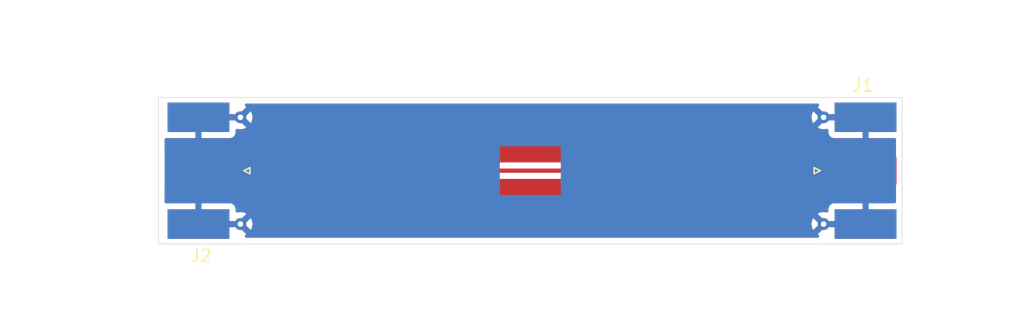
<source format=kicad_pcb>
(kicad_pcb (version 20240108) (generator "pcbnew") (generator_version "8.0")
  (layers (0 "F.Cu" signal) (31 "B.Cu" signal) (34 "B.Paste" user) (35 "F.Paste" user) (36 "B.SilkS" user "B.Silkscreen") (37 "F.SilkS" user "F.Silkscreen") (38 "B.Mask" user) (39 "F.Mask" user) (44 "Edge.Cuts" user))
  (net 0 "")
  (net 1 "GND")
  (net 2 "Net-(J1-In)")
  (footprint "Connector_Coaxial:SMA_Molex_73251-1153_EdgeMount_Horizontal" (layer "F.Cu") (at 165 90)
    (property "Reference" "J2" (at -1.5 7 0) (layer "F.SilkS"))
    (property "Value" "Conn_Coaxial_Small")
    (fp_line (start 2 0) (end 2.5 -0.25) (stroke (width 0.12)) (layer "F.SilkS"))
    (fp_line (start 2.5 -0.25) (end 2.5 0.25) (stroke (width 0.12)) (layer "F.SilkS"))
    (fp_line (start 2.5 0.25) (end 2 0) (stroke (width 0.12)) (layer "F.SilkS"))
    (pad "1" smd rect (at -1.72 0) (size 5.08 2.29) (layers "F.Cu" "F.Paste" "F.Mask") (net 2 "Net-(J1-In)"))
    (pad "2" smd rect (at -1.72 -4.38) (size 5.08 2.42) (layers "F.Cu" "F.Paste" "F.Mask") (net 1 "GND"))
    (pad "2" smd rect (at -1.72 -4.38) (size 5.08 2.42) (layers "B.Cu" "B.Paste" "B.Mask") (net 1 "GND"))
    (pad "2" smd rect (at -1.72 4.38) (size 5.08 2.42) (layers "F.Cu" "F.Paste" "F.Mask") (net 1 "GND"))
    (pad "2" smd rect (at -1.72 4.38) (size 5.08 2.42) (layers "B.Cu" "B.Paste" "B.Mask") (net 1 "GND"))
    (pad "2" smd rect (at 1.27 -4.38) (size 0.95 0.46) (layers "F.Cu") (net 1 "GND"))
    (pad "2" smd rect (at 1.27 -4.38) (size 0.95 0.46) (layers "B.Cu") (net 1 "GND"))
    (pad "2" smd rect (at 1.27 4.38) (size 0.95 0.46) (layers "F.Cu") (net 1 "GND"))
    (pad "2" smd rect (at 1.27 4.38) (size 0.95 0.46) (layers "B.Cu") (net 1 "GND"))
    (pad "2" thru_hole circle (at 1.72 -4.38) (size 0.97 0.97) (drill 0.46) (layers "*.Cu") (net 1 "GND"))
    (pad "2" thru_hole circle (at 1.72 4.38) (size 0.97 0.97) (drill 0.46) (layers "*.Cu") (net 1 "GND"))
  )
  (footprint "Connector_Coaxial:SMA_Molex_73251-1153_EdgeMount_Horizontal" (layer "F.Cu") (at 216.28 90 180)
    (property "Reference" "J1" (at -1.5 7 180) (layer "F.SilkS"))
    (property "Value" "Conn_Coaxial_Small")
    (fp_line (start 2.5 0.25) (end 2 0) (stroke (width 0.12)) (layer "F.SilkS"))
    (fp_line (start 2.5 -0.25) (end 2.5 0.25) (stroke (width 0.12)) (layer "F.SilkS"))
    (fp_line (start 2 0) (end 2.5 -0.25) (stroke (width 0.12)) (layer "F.SilkS"))
    (pad "1" smd rect (at -1.72 0 180) (size 5.08 2.29) (layers "F.Cu" "F.Paste" "F.Mask") (net 2 "Net-(J1-In)"))
    (pad "2" smd rect (at -1.72 -4.38 180) (size 5.08 2.42) (layers "F.Cu" "F.Paste" "F.Mask") (net 1 "GND"))
    (pad "2" smd rect (at -1.72 -4.38 180) (size 5.08 2.42) (layers "B.Cu" "B.Paste" "B.Mask") (net 1 "GND"))
    (pad "2" smd rect (at -1.72 4.38 180) (size 5.08 2.42) (layers "F.Cu" "F.Paste" "F.Mask") (net 1 "GND"))
    (pad "2" smd rect (at -1.72 4.38 180) (size 5.08 2.42) (layers "B.Cu" "B.Paste" "B.Mask") (net 1 "GND"))
    (pad "2" smd rect (at 1.27 -4.38 180) (size 0.95 0.46) (layers "F.Cu") (net 1 "GND"))
    (pad "2" smd rect (at 1.27 -4.38 180) (size 0.95 0.46) (layers "B.Cu") (net 1 "GND"))
    (pad "2" smd rect (at 1.27 4.38 180) (size 0.95 0.46) (layers "F.Cu") (net 1 "GND"))
    (pad "2" smd rect (at 1.27 4.38 180) (size 0.95 0.46) (layers "B.Cu") (net 1 "GND"))
    (pad "2" thru_hole circle (at 1.72 -4.38 180) (size 0.97 0.97) (drill 0.46) (layers "*.Cu") (net 1 "GND"))
    (pad "2" thru_hole circle (at 1.72 4.38 180) (size 0.97 0.97) (drill 0.46) (layers "*.Cu") (net 1 "GND"))
  )
  (gr_rect (start 160 84) (end 221 96) (stroke (width 0.05)) (fill none) (layer "Edge.Cuts"))
  (segment (start 163.28 90) (end 218 90) (width 0.35) (layer "F.Cu") (net 2))
  (zone (net 1) (net_name "GND") (layers "F&B.Cu") (connect_pads (clearance 0.5)) (min_thickness 0.25) (fill yes (thermal_gap 0.5) (thermal_bridge_width 0.5))
    (polygon (pts (xy 231 76) (xy 147 76) (xy 147 102) (xy 231 102)))
  )
  (zone (net 0) (net_name "") (layer "B.Cu") (connect_pads (clearance 0)) (min_thickness 0.25)
    (keepout (tracks not_allowed) (vias not_allowed) (pads not_allowed) (copperpour not_allowed) (footprints allowed))
    (fill (mode hatch) (thermal_gap 0.5) (thermal_bridge_width 0.5) (island_removal_mode 1) (island_area_min 10) (hatch_thickness 1) (hatch_gap 1.5) (hatch_orientation 0) (hatch_border_algorithm hatch_thickness) (hatch_min_hole_area 0.3))
    (polygon (pts (xy 188 88) (xy 193 88) (xy 193 92) (xy 188 92)))
  )
)
</source>
